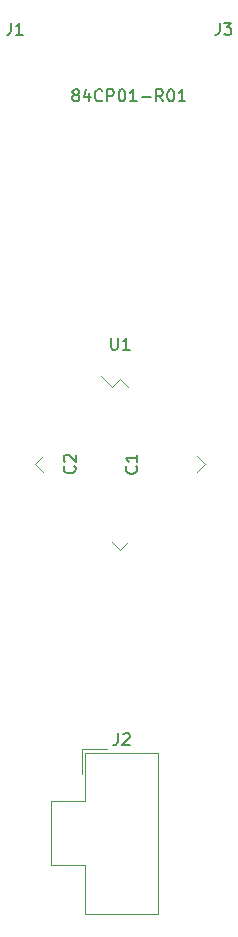
<source format=gbr>
%TF.GenerationSoftware,KiCad,Pcbnew,7.0.6-0*%
%TF.CreationDate,2023-07-17T22:06:51-07:00*%
%TF.ProjectId,84CP01,38344350-3031-42e6-9b69-6361645f7063,rev?*%
%TF.SameCoordinates,Original*%
%TF.FileFunction,Legend,Top*%
%TF.FilePolarity,Positive*%
%FSLAX46Y46*%
G04 Gerber Fmt 4.6, Leading zero omitted, Abs format (unit mm)*
G04 Created by KiCad (PCBNEW 7.0.6-0) date 2023-07-17 22:06:51*
%MOMM*%
%LPD*%
G01*
G04 APERTURE LIST*
%ADD10C,0.150000*%
%ADD11C,0.120000*%
G04 APERTURE END LIST*
D10*
X105381636Y-58353390D02*
X105286398Y-58305771D01*
X105286398Y-58305771D02*
X105238779Y-58258152D01*
X105238779Y-58258152D02*
X105191160Y-58162914D01*
X105191160Y-58162914D02*
X105191160Y-58115295D01*
X105191160Y-58115295D02*
X105238779Y-58020057D01*
X105238779Y-58020057D02*
X105286398Y-57972438D01*
X105286398Y-57972438D02*
X105381636Y-57924819D01*
X105381636Y-57924819D02*
X105572112Y-57924819D01*
X105572112Y-57924819D02*
X105667350Y-57972438D01*
X105667350Y-57972438D02*
X105714969Y-58020057D01*
X105714969Y-58020057D02*
X105762588Y-58115295D01*
X105762588Y-58115295D02*
X105762588Y-58162914D01*
X105762588Y-58162914D02*
X105714969Y-58258152D01*
X105714969Y-58258152D02*
X105667350Y-58305771D01*
X105667350Y-58305771D02*
X105572112Y-58353390D01*
X105572112Y-58353390D02*
X105381636Y-58353390D01*
X105381636Y-58353390D02*
X105286398Y-58401009D01*
X105286398Y-58401009D02*
X105238779Y-58448628D01*
X105238779Y-58448628D02*
X105191160Y-58543866D01*
X105191160Y-58543866D02*
X105191160Y-58734342D01*
X105191160Y-58734342D02*
X105238779Y-58829580D01*
X105238779Y-58829580D02*
X105286398Y-58877200D01*
X105286398Y-58877200D02*
X105381636Y-58924819D01*
X105381636Y-58924819D02*
X105572112Y-58924819D01*
X105572112Y-58924819D02*
X105667350Y-58877200D01*
X105667350Y-58877200D02*
X105714969Y-58829580D01*
X105714969Y-58829580D02*
X105762588Y-58734342D01*
X105762588Y-58734342D02*
X105762588Y-58543866D01*
X105762588Y-58543866D02*
X105714969Y-58448628D01*
X105714969Y-58448628D02*
X105667350Y-58401009D01*
X105667350Y-58401009D02*
X105572112Y-58353390D01*
X106619731Y-58258152D02*
X106619731Y-58924819D01*
X106381636Y-57877200D02*
X106143541Y-58591485D01*
X106143541Y-58591485D02*
X106762588Y-58591485D01*
X107714969Y-58829580D02*
X107667350Y-58877200D01*
X107667350Y-58877200D02*
X107524493Y-58924819D01*
X107524493Y-58924819D02*
X107429255Y-58924819D01*
X107429255Y-58924819D02*
X107286398Y-58877200D01*
X107286398Y-58877200D02*
X107191160Y-58781961D01*
X107191160Y-58781961D02*
X107143541Y-58686723D01*
X107143541Y-58686723D02*
X107095922Y-58496247D01*
X107095922Y-58496247D02*
X107095922Y-58353390D01*
X107095922Y-58353390D02*
X107143541Y-58162914D01*
X107143541Y-58162914D02*
X107191160Y-58067676D01*
X107191160Y-58067676D02*
X107286398Y-57972438D01*
X107286398Y-57972438D02*
X107429255Y-57924819D01*
X107429255Y-57924819D02*
X107524493Y-57924819D01*
X107524493Y-57924819D02*
X107667350Y-57972438D01*
X107667350Y-57972438D02*
X107714969Y-58020057D01*
X108143541Y-58924819D02*
X108143541Y-57924819D01*
X108143541Y-57924819D02*
X108524493Y-57924819D01*
X108524493Y-57924819D02*
X108619731Y-57972438D01*
X108619731Y-57972438D02*
X108667350Y-58020057D01*
X108667350Y-58020057D02*
X108714969Y-58115295D01*
X108714969Y-58115295D02*
X108714969Y-58258152D01*
X108714969Y-58258152D02*
X108667350Y-58353390D01*
X108667350Y-58353390D02*
X108619731Y-58401009D01*
X108619731Y-58401009D02*
X108524493Y-58448628D01*
X108524493Y-58448628D02*
X108143541Y-58448628D01*
X109334017Y-57924819D02*
X109429255Y-57924819D01*
X109429255Y-57924819D02*
X109524493Y-57972438D01*
X109524493Y-57972438D02*
X109572112Y-58020057D01*
X109572112Y-58020057D02*
X109619731Y-58115295D01*
X109619731Y-58115295D02*
X109667350Y-58305771D01*
X109667350Y-58305771D02*
X109667350Y-58543866D01*
X109667350Y-58543866D02*
X109619731Y-58734342D01*
X109619731Y-58734342D02*
X109572112Y-58829580D01*
X109572112Y-58829580D02*
X109524493Y-58877200D01*
X109524493Y-58877200D02*
X109429255Y-58924819D01*
X109429255Y-58924819D02*
X109334017Y-58924819D01*
X109334017Y-58924819D02*
X109238779Y-58877200D01*
X109238779Y-58877200D02*
X109191160Y-58829580D01*
X109191160Y-58829580D02*
X109143541Y-58734342D01*
X109143541Y-58734342D02*
X109095922Y-58543866D01*
X109095922Y-58543866D02*
X109095922Y-58305771D01*
X109095922Y-58305771D02*
X109143541Y-58115295D01*
X109143541Y-58115295D02*
X109191160Y-58020057D01*
X109191160Y-58020057D02*
X109238779Y-57972438D01*
X109238779Y-57972438D02*
X109334017Y-57924819D01*
X110619731Y-58924819D02*
X110048303Y-58924819D01*
X110334017Y-58924819D02*
X110334017Y-57924819D01*
X110334017Y-57924819D02*
X110238779Y-58067676D01*
X110238779Y-58067676D02*
X110143541Y-58162914D01*
X110143541Y-58162914D02*
X110048303Y-58210533D01*
X111048303Y-58543866D02*
X111810208Y-58543866D01*
X112857826Y-58924819D02*
X112524493Y-58448628D01*
X112286398Y-58924819D02*
X112286398Y-57924819D01*
X112286398Y-57924819D02*
X112667350Y-57924819D01*
X112667350Y-57924819D02*
X112762588Y-57972438D01*
X112762588Y-57972438D02*
X112810207Y-58020057D01*
X112810207Y-58020057D02*
X112857826Y-58115295D01*
X112857826Y-58115295D02*
X112857826Y-58258152D01*
X112857826Y-58258152D02*
X112810207Y-58353390D01*
X112810207Y-58353390D02*
X112762588Y-58401009D01*
X112762588Y-58401009D02*
X112667350Y-58448628D01*
X112667350Y-58448628D02*
X112286398Y-58448628D01*
X113476874Y-57924819D02*
X113572112Y-57924819D01*
X113572112Y-57924819D02*
X113667350Y-57972438D01*
X113667350Y-57972438D02*
X113714969Y-58020057D01*
X113714969Y-58020057D02*
X113762588Y-58115295D01*
X113762588Y-58115295D02*
X113810207Y-58305771D01*
X113810207Y-58305771D02*
X113810207Y-58543866D01*
X113810207Y-58543866D02*
X113762588Y-58734342D01*
X113762588Y-58734342D02*
X113714969Y-58829580D01*
X113714969Y-58829580D02*
X113667350Y-58877200D01*
X113667350Y-58877200D02*
X113572112Y-58924819D01*
X113572112Y-58924819D02*
X113476874Y-58924819D01*
X113476874Y-58924819D02*
X113381636Y-58877200D01*
X113381636Y-58877200D02*
X113334017Y-58829580D01*
X113334017Y-58829580D02*
X113286398Y-58734342D01*
X113286398Y-58734342D02*
X113238779Y-58543866D01*
X113238779Y-58543866D02*
X113238779Y-58305771D01*
X113238779Y-58305771D02*
X113286398Y-58115295D01*
X113286398Y-58115295D02*
X113334017Y-58020057D01*
X113334017Y-58020057D02*
X113381636Y-57972438D01*
X113381636Y-57972438D02*
X113476874Y-57924819D01*
X114762588Y-58924819D02*
X114191160Y-58924819D01*
X114476874Y-58924819D02*
X114476874Y-57924819D01*
X114476874Y-57924819D02*
X114381636Y-58067676D01*
X114381636Y-58067676D02*
X114286398Y-58162914D01*
X114286398Y-58162914D02*
X114191160Y-58210533D01*
X109046666Y-112438819D02*
X109046666Y-113153104D01*
X109046666Y-113153104D02*
X108999047Y-113295961D01*
X108999047Y-113295961D02*
X108903809Y-113391200D01*
X108903809Y-113391200D02*
X108760952Y-113438819D01*
X108760952Y-113438819D02*
X108665714Y-113438819D01*
X109475238Y-112534057D02*
X109522857Y-112486438D01*
X109522857Y-112486438D02*
X109618095Y-112438819D01*
X109618095Y-112438819D02*
X109856190Y-112438819D01*
X109856190Y-112438819D02*
X109951428Y-112486438D01*
X109951428Y-112486438D02*
X109999047Y-112534057D01*
X109999047Y-112534057D02*
X110046666Y-112629295D01*
X110046666Y-112629295D02*
X110046666Y-112724533D01*
X110046666Y-112724533D02*
X109999047Y-112867390D01*
X109999047Y-112867390D02*
X109427619Y-113438819D01*
X109427619Y-113438819D02*
X110046666Y-113438819D01*
X108458095Y-78956819D02*
X108458095Y-79766342D01*
X108458095Y-79766342D02*
X108505714Y-79861580D01*
X108505714Y-79861580D02*
X108553333Y-79909200D01*
X108553333Y-79909200D02*
X108648571Y-79956819D01*
X108648571Y-79956819D02*
X108839047Y-79956819D01*
X108839047Y-79956819D02*
X108934285Y-79909200D01*
X108934285Y-79909200D02*
X108981904Y-79861580D01*
X108981904Y-79861580D02*
X109029523Y-79766342D01*
X109029523Y-79766342D02*
X109029523Y-78956819D01*
X110029523Y-79956819D02*
X109458095Y-79956819D01*
X109743809Y-79956819D02*
X109743809Y-78956819D01*
X109743809Y-78956819D02*
X109648571Y-79099676D01*
X109648571Y-79099676D02*
X109553333Y-79194914D01*
X109553333Y-79194914D02*
X109458095Y-79242533D01*
X105359580Y-89807166D02*
X105407200Y-89854785D01*
X105407200Y-89854785D02*
X105454819Y-89997642D01*
X105454819Y-89997642D02*
X105454819Y-90092880D01*
X105454819Y-90092880D02*
X105407200Y-90235737D01*
X105407200Y-90235737D02*
X105311961Y-90330975D01*
X105311961Y-90330975D02*
X105216723Y-90378594D01*
X105216723Y-90378594D02*
X105026247Y-90426213D01*
X105026247Y-90426213D02*
X104883390Y-90426213D01*
X104883390Y-90426213D02*
X104692914Y-90378594D01*
X104692914Y-90378594D02*
X104597676Y-90330975D01*
X104597676Y-90330975D02*
X104502438Y-90235737D01*
X104502438Y-90235737D02*
X104454819Y-90092880D01*
X104454819Y-90092880D02*
X104454819Y-89997642D01*
X104454819Y-89997642D02*
X104502438Y-89854785D01*
X104502438Y-89854785D02*
X104550057Y-89807166D01*
X104550057Y-89426213D02*
X104502438Y-89378594D01*
X104502438Y-89378594D02*
X104454819Y-89283356D01*
X104454819Y-89283356D02*
X104454819Y-89045261D01*
X104454819Y-89045261D02*
X104502438Y-88950023D01*
X104502438Y-88950023D02*
X104550057Y-88902404D01*
X104550057Y-88902404D02*
X104645295Y-88854785D01*
X104645295Y-88854785D02*
X104740533Y-88854785D01*
X104740533Y-88854785D02*
X104883390Y-88902404D01*
X104883390Y-88902404D02*
X105454819Y-89473832D01*
X105454819Y-89473832D02*
X105454819Y-88854785D01*
X110595580Y-89828666D02*
X110643200Y-89876285D01*
X110643200Y-89876285D02*
X110690819Y-90019142D01*
X110690819Y-90019142D02*
X110690819Y-90114380D01*
X110690819Y-90114380D02*
X110643200Y-90257237D01*
X110643200Y-90257237D02*
X110547961Y-90352475D01*
X110547961Y-90352475D02*
X110452723Y-90400094D01*
X110452723Y-90400094D02*
X110262247Y-90447713D01*
X110262247Y-90447713D02*
X110119390Y-90447713D01*
X110119390Y-90447713D02*
X109928914Y-90400094D01*
X109928914Y-90400094D02*
X109833676Y-90352475D01*
X109833676Y-90352475D02*
X109738438Y-90257237D01*
X109738438Y-90257237D02*
X109690819Y-90114380D01*
X109690819Y-90114380D02*
X109690819Y-90019142D01*
X109690819Y-90019142D02*
X109738438Y-89876285D01*
X109738438Y-89876285D02*
X109786057Y-89828666D01*
X110690819Y-88876285D02*
X110690819Y-89447713D01*
X110690819Y-89161999D02*
X109690819Y-89161999D01*
X109690819Y-89161999D02*
X109833676Y-89257237D01*
X109833676Y-89257237D02*
X109928914Y-89352475D01*
X109928914Y-89352475D02*
X109976533Y-89447713D01*
X117649666Y-52286819D02*
X117649666Y-53001104D01*
X117649666Y-53001104D02*
X117602047Y-53143961D01*
X117602047Y-53143961D02*
X117506809Y-53239200D01*
X117506809Y-53239200D02*
X117363952Y-53286819D01*
X117363952Y-53286819D02*
X117268714Y-53286819D01*
X118030619Y-52286819D02*
X118649666Y-52286819D01*
X118649666Y-52286819D02*
X118316333Y-52667771D01*
X118316333Y-52667771D02*
X118459190Y-52667771D01*
X118459190Y-52667771D02*
X118554428Y-52715390D01*
X118554428Y-52715390D02*
X118602047Y-52763009D01*
X118602047Y-52763009D02*
X118649666Y-52858247D01*
X118649666Y-52858247D02*
X118649666Y-53096342D01*
X118649666Y-53096342D02*
X118602047Y-53191580D01*
X118602047Y-53191580D02*
X118554428Y-53239200D01*
X118554428Y-53239200D02*
X118459190Y-53286819D01*
X118459190Y-53286819D02*
X118173476Y-53286819D01*
X118173476Y-53286819D02*
X118078238Y-53239200D01*
X118078238Y-53239200D02*
X118030619Y-53191580D01*
X99996666Y-52286819D02*
X99996666Y-53001104D01*
X99996666Y-53001104D02*
X99949047Y-53143961D01*
X99949047Y-53143961D02*
X99853809Y-53239200D01*
X99853809Y-53239200D02*
X99710952Y-53286819D01*
X99710952Y-53286819D02*
X99615714Y-53286819D01*
X100996666Y-53286819D02*
X100425238Y-53286819D01*
X100710952Y-53286819D02*
X100710952Y-52286819D01*
X100710952Y-52286819D02*
X100615714Y-52429676D01*
X100615714Y-52429676D02*
X100520476Y-52524914D01*
X100520476Y-52524914D02*
X100425238Y-52572533D01*
D11*
%TO.C,J2*%
X103420000Y-118194000D02*
X103420000Y-120904000D01*
X103420000Y-123614000D02*
X103420000Y-120904000D01*
X105980000Y-113774000D02*
X105980000Y-115904000D01*
X106280000Y-114074000D02*
X106280000Y-118194000D01*
X106280000Y-118194000D02*
X103420000Y-118194000D01*
X106280000Y-123614000D02*
X103420000Y-123614000D01*
X106280000Y-127734000D02*
X106280000Y-123614000D01*
X108130000Y-113774000D02*
X105980000Y-113774000D01*
X112480000Y-114074000D02*
X106280000Y-114074000D01*
X112480000Y-120904000D02*
X112480000Y-114074000D01*
X112480000Y-120904000D02*
X112480000Y-127734000D01*
X112480000Y-127734000D02*
X106280000Y-127734000D01*
%TO.C,U1*%
X109220000Y-82435369D02*
X108548249Y-83107120D01*
X108548249Y-83107120D02*
X107636081Y-82194952D01*
X101993369Y-89662000D02*
X102665120Y-88990249D01*
X109891751Y-83107120D02*
X109220000Y-82435369D01*
X102665120Y-90333751D02*
X101993369Y-89662000D01*
X115774880Y-88990249D02*
X116446631Y-89662000D01*
X108548249Y-96216880D02*
X109220000Y-96888631D01*
X116446631Y-89662000D02*
X115774880Y-90333751D01*
X109220000Y-96888631D02*
X109891751Y-96216880D01*
%TD*%
M02*

</source>
